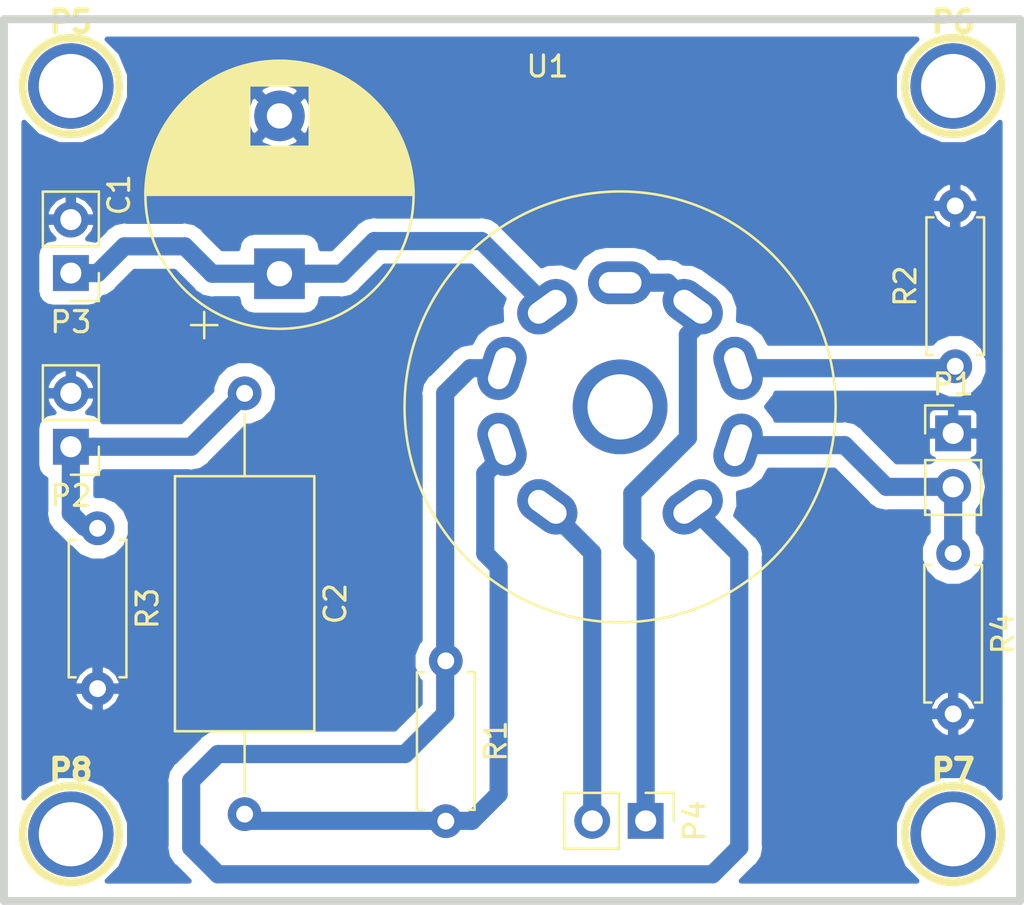
<source format=kicad_pcb>
(kicad_pcb (version 20171130) (host pcbnew "(5.0.0-rc2-151-g11ab8f6dc)")

  (general
    (thickness 1.6002)
    (drawings 4)
    (tracks 53)
    (zones 0)
    (modules 15)
    (nets 14)
  )

  (page A4)
  (layers
    (0 Dessus signal)
    (31 Dessous signal)
    (32 B.Adhes user)
    (33 F.Adhes user)
    (34 B.Paste user)
    (35 F.Paste user)
    (36 B.SilkS user)
    (37 F.SilkS user)
    (38 B.Mask user)
    (39 F.Mask user)
    (40 Dwgs.User user)
    (41 Cmts.User user)
    (42 Eco1.User user)
    (43 Eco2.User user)
    (44 Edge.Cuts user)
    (46 B.CrtYd user)
    (47 F.CrtYd user)
    (48 B.Fab user)
    (49 F.Fab user)
  )

  (setup
    (last_trace_width 0.8636)
    (user_trace_width 1)
    (user_trace_width 2)
    (user_trace_width 3)
    (trace_clearance 0.508)
    (zone_clearance 0.635)
    (zone_45_only no)
    (trace_min 0.154)
    (segment_width 0.381)
    (edge_width 0.381)
    (via_size 1.905)
    (via_drill 0.635)
    (via_min_size 0.889)
    (via_min_drill 0.508)
    (user_via 2 1)
    (user_via 3 2)
    (uvia_size 0.508)
    (uvia_drill 0.127)
    (uvias_allowed no)
    (uvia_min_size 0.508)
    (uvia_min_drill 0.127)
    (pcb_text_width 0.3048)
    (pcb_text_size 1.524 2.032)
    (mod_edge_width 0.381)
    (mod_text_size 1.524 1.524)
    (mod_text_width 0.3048)
    (pad_size 4.064 4.064)
    (pad_drill 3.048)
    (pad_to_mask_clearance 0.1)
    (aux_axis_origin 0 0)
    (visible_elements 7FFFFFFF)
    (pcbplotparams
      (layerselection 0x00030_80000001)
      (usegerberextensions true)
      (usegerberattributes false)
      (usegerberadvancedattributes false)
      (creategerberjobfile false)
      (excludeedgelayer true)
      (linewidth 0.150000)
      (plotframeref false)
      (viasonmask false)
      (mode 1)
      (useauxorigin false)
      (hpglpennumber 1)
      (hpglpenspeed 20)
      (hpglpendiameter 15.000000)
      (psnegative false)
      (psa4output false)
      (plotreference true)
      (plotvalue true)
      (plotinvisibletext false)
      (padsonsilk false)
      (subtractmaskfromsilk false)
      (outputformat 1)
      (mirror false)
      (drillshape 1)
      (scaleselection 1)
      (outputdirectory ""))
  )

  (net 0 "")
  (net 1 GND)
  (net 2 "Net-(C1-Pad1)")
  (net 3 "Net-(C2-Pad1)")
  (net 4 "Net-(C2-Pad2)")
  (net 5 "Net-(P1-Pad2)")
  (net 6 "Net-(P4-Pad1)")
  (net 7 "Net-(P4-Pad2)")
  (net 8 "Net-(R1-Pad1)")
  (net 9 "Net-(R2-Pad1)")
  (net 10 "Net-(P5-Pad1)")
  (net 11 "Net-(P6-Pad1)")
  (net 12 "Net-(P7-Pad1)")
  (net 13 "Net-(P8-Pad1)")

  (net_class Default "Ceci est la Netclass par défaut"
    (clearance 0.508)
    (trace_width 0.8636)
    (via_dia 1.905)
    (via_drill 0.635)
    (uvia_dia 0.508)
    (uvia_drill 0.127)
    (add_net GND)
    (add_net "Net-(C1-Pad1)")
    (add_net "Net-(C2-Pad1)")
    (add_net "Net-(C2-Pad2)")
    (add_net "Net-(P1-Pad2)")
    (add_net "Net-(P4-Pad1)")
    (add_net "Net-(P4-Pad2)")
    (add_net "Net-(P5-Pad1)")
    (add_net "Net-(P6-Pad1)")
    (add_net "Net-(P7-Pad1)")
    (add_net "Net-(P8-Pad1)")
    (add_net "Net-(R1-Pad1)")
    (add_net "Net-(R2-Pad1)")
  )

  (module Capacitor_THT:CP_Radial_D12.5mm_P7.50mm (layer Dessus) (tedit 5A533290) (tstamp 54A58357)
    (at 133.1 102.9 90)
    (descr "CP, Radial series, Radial, pin pitch=7.50mm, , diameter=12.5mm, Electrolytic Capacitor")
    (tags "CP Radial series Radial pin pitch 7.50mm  diameter 12.5mm Electrolytic Capacitor")
    (path /4549F4BE)
    (fp_text reference C1 (at 3.75 -7.62 90) (layer F.SilkS)
      (effects (font (size 1 1) (thickness 0.15)))
    )
    (fp_text value 10uF (at 3.75 7.62 90) (layer F.Fab)
      (effects (font (size 1 1) (thickness 0.15)))
    )
    (fp_text user %R (at 3.75 0 90) (layer F.Fab)
      (effects (font (size 1 1) (thickness 0.15)))
    )
    (fp_line (start -2.442082 -4.2) (end -2.442082 -2.95) (layer F.SilkS) (width 0.12))
    (fp_line (start -3.067082 -3.575) (end -1.817082 -3.575) (layer F.SilkS) (width 0.12))
    (fp_line (start 10.111 -0.317) (end 10.111 0.317) (layer F.SilkS) (width 0.12))
    (fp_line (start 10.071 -0.757) (end 10.071 0.757) (layer F.SilkS) (width 0.12))
    (fp_line (start 10.031 -1.028) (end 10.031 1.028) (layer F.SilkS) (width 0.12))
    (fp_line (start 9.991 -1.241) (end 9.991 1.241) (layer F.SilkS) (width 0.12))
    (fp_line (start 9.951 -1.422) (end 9.951 1.422) (layer F.SilkS) (width 0.12))
    (fp_line (start 9.911 -1.583) (end 9.911 1.583) (layer F.SilkS) (width 0.12))
    (fp_line (start 9.871 -1.728) (end 9.871 1.728) (layer F.SilkS) (width 0.12))
    (fp_line (start 9.831 -1.861) (end 9.831 1.861) (layer F.SilkS) (width 0.12))
    (fp_line (start 9.791 -1.984) (end 9.791 1.984) (layer F.SilkS) (width 0.12))
    (fp_line (start 9.751 -2.1) (end 9.751 2.1) (layer F.SilkS) (width 0.12))
    (fp_line (start 9.711 -2.209) (end 9.711 2.209) (layer F.SilkS) (width 0.12))
    (fp_line (start 9.671 -2.312) (end 9.671 2.312) (layer F.SilkS) (width 0.12))
    (fp_line (start 9.631 -2.41) (end 9.631 2.41) (layer F.SilkS) (width 0.12))
    (fp_line (start 9.591 -2.504) (end 9.591 2.504) (layer F.SilkS) (width 0.12))
    (fp_line (start 9.551 -2.594) (end 9.551 2.594) (layer F.SilkS) (width 0.12))
    (fp_line (start 9.511 -2.681) (end 9.511 2.681) (layer F.SilkS) (width 0.12))
    (fp_line (start 9.471 -2.764) (end 9.471 2.764) (layer F.SilkS) (width 0.12))
    (fp_line (start 9.431 -2.844) (end 9.431 2.844) (layer F.SilkS) (width 0.12))
    (fp_line (start 9.391 -2.921) (end 9.391 2.921) (layer F.SilkS) (width 0.12))
    (fp_line (start 9.351 -2.996) (end 9.351 2.996) (layer F.SilkS) (width 0.12))
    (fp_line (start 9.311 -3.069) (end 9.311 3.069) (layer F.SilkS) (width 0.12))
    (fp_line (start 9.271 -3.14) (end 9.271 3.14) (layer F.SilkS) (width 0.12))
    (fp_line (start 9.231 -3.208) (end 9.231 3.208) (layer F.SilkS) (width 0.12))
    (fp_line (start 9.191 -3.275) (end 9.191 3.275) (layer F.SilkS) (width 0.12))
    (fp_line (start 9.151 -3.339) (end 9.151 3.339) (layer F.SilkS) (width 0.12))
    (fp_line (start 9.111 -3.402) (end 9.111 3.402) (layer F.SilkS) (width 0.12))
    (fp_line (start 9.071 -3.464) (end 9.071 3.464) (layer F.SilkS) (width 0.12))
    (fp_line (start 9.031 -3.524) (end 9.031 3.524) (layer F.SilkS) (width 0.12))
    (fp_line (start 8.991 -3.583) (end 8.991 3.583) (layer F.SilkS) (width 0.12))
    (fp_line (start 8.951 -3.64) (end 8.951 3.64) (layer F.SilkS) (width 0.12))
    (fp_line (start 8.911 1.44) (end 8.911 3.696) (layer F.SilkS) (width 0.12))
    (fp_line (start 8.911 -3.696) (end 8.911 -1.44) (layer F.SilkS) (width 0.12))
    (fp_line (start 8.871 1.44) (end 8.871 3.75) (layer F.SilkS) (width 0.12))
    (fp_line (start 8.871 -3.75) (end 8.871 -1.44) (layer F.SilkS) (width 0.12))
    (fp_line (start 8.831 1.44) (end 8.831 3.804) (layer F.SilkS) (width 0.12))
    (fp_line (start 8.831 -3.804) (end 8.831 -1.44) (layer F.SilkS) (width 0.12))
    (fp_line (start 8.791 1.44) (end 8.791 3.856) (layer F.SilkS) (width 0.12))
    (fp_line (start 8.791 -3.856) (end 8.791 -1.44) (layer F.SilkS) (width 0.12))
    (fp_line (start 8.751 1.44) (end 8.751 3.907) (layer F.SilkS) (width 0.12))
    (fp_line (start 8.751 -3.907) (end 8.751 -1.44) (layer F.SilkS) (width 0.12))
    (fp_line (start 8.711 1.44) (end 8.711 3.957) (layer F.SilkS) (width 0.12))
    (fp_line (start 8.711 -3.957) (end 8.711 -1.44) (layer F.SilkS) (width 0.12))
    (fp_line (start 8.671 1.44) (end 8.671 4.007) (layer F.SilkS) (width 0.12))
    (fp_line (start 8.671 -4.007) (end 8.671 -1.44) (layer F.SilkS) (width 0.12))
    (fp_line (start 8.631 1.44) (end 8.631 4.055) (layer F.SilkS) (width 0.12))
    (fp_line (start 8.631 -4.055) (end 8.631 -1.44) (layer F.SilkS) (width 0.12))
    (fp_line (start 8.591 1.44) (end 8.591 4.102) (layer F.SilkS) (width 0.12))
    (fp_line (start 8.591 -4.102) (end 8.591 -1.44) (layer F.SilkS) (width 0.12))
    (fp_line (start 8.551 1.44) (end 8.551 4.148) (layer F.SilkS) (width 0.12))
    (fp_line (start 8.551 -4.148) (end 8.551 -1.44) (layer F.SilkS) (width 0.12))
    (fp_line (start 8.511 1.44) (end 8.511 4.194) (layer F.SilkS) (width 0.12))
    (fp_line (start 8.511 -4.194) (end 8.511 -1.44) (layer F.SilkS) (width 0.12))
    (fp_line (start 8.471 1.44) (end 8.471 4.238) (layer F.SilkS) (width 0.12))
    (fp_line (start 8.471 -4.238) (end 8.471 -1.44) (layer F.SilkS) (width 0.12))
    (fp_line (start 8.431 1.44) (end 8.431 4.282) (layer F.SilkS) (width 0.12))
    (fp_line (start 8.431 -4.282) (end 8.431 -1.44) (layer F.SilkS) (width 0.12))
    (fp_line (start 8.391 1.44) (end 8.391 4.325) (layer F.SilkS) (width 0.12))
    (fp_line (start 8.391 -4.325) (end 8.391 -1.44) (layer F.SilkS) (width 0.12))
    (fp_line (start 8.351 1.44) (end 8.351 4.367) (layer F.SilkS) (width 0.12))
    (fp_line (start 8.351 -4.367) (end 8.351 -1.44) (layer F.SilkS) (width 0.12))
    (fp_line (start 8.311 1.44) (end 8.311 4.408) (layer F.SilkS) (width 0.12))
    (fp_line (start 8.311 -4.408) (end 8.311 -1.44) (layer F.SilkS) (width 0.12))
    (fp_line (start 8.271 1.44) (end 8.271 4.449) (layer F.SilkS) (width 0.12))
    (fp_line (start 8.271 -4.449) (end 8.271 -1.44) (layer F.SilkS) (width 0.12))
    (fp_line (start 8.231 1.44) (end 8.231 4.489) (layer F.SilkS) (width 0.12))
    (fp_line (start 8.231 -4.489) (end 8.231 -1.44) (layer F.SilkS) (width 0.12))
    (fp_line (start 8.191 1.44) (end 8.191 4.528) (layer F.SilkS) (width 0.12))
    (fp_line (start 8.191 -4.528) (end 8.191 -1.44) (layer F.SilkS) (width 0.12))
    (fp_line (start 8.151 1.44) (end 8.151 4.567) (layer F.SilkS) (width 0.12))
    (fp_line (start 8.151 -4.567) (end 8.151 -1.44) (layer F.SilkS) (width 0.12))
    (fp_line (start 8.111 1.44) (end 8.111 4.605) (layer F.SilkS) (width 0.12))
    (fp_line (start 8.111 -4.605) (end 8.111 -1.44) (layer F.SilkS) (width 0.12))
    (fp_line (start 8.071 1.44) (end 8.071 4.642) (layer F.SilkS) (width 0.12))
    (fp_line (start 8.071 -4.642) (end 8.071 -1.44) (layer F.SilkS) (width 0.12))
    (fp_line (start 8.031 1.44) (end 8.031 4.678) (layer F.SilkS) (width 0.12))
    (fp_line (start 8.031 -4.678) (end 8.031 -1.44) (layer F.SilkS) (width 0.12))
    (fp_line (start 7.991 1.44) (end 7.991 4.714) (layer F.SilkS) (width 0.12))
    (fp_line (start 7.991 -4.714) (end 7.991 -1.44) (layer F.SilkS) (width 0.12))
    (fp_line (start 7.951 1.44) (end 7.951 4.75) (layer F.SilkS) (width 0.12))
    (fp_line (start 7.951 -4.75) (end 7.951 -1.44) (layer F.SilkS) (width 0.12))
    (fp_line (start 7.911 1.44) (end 7.911 4.785) (layer F.SilkS) (width 0.12))
    (fp_line (start 7.911 -4.785) (end 7.911 -1.44) (layer F.SilkS) (width 0.12))
    (fp_line (start 7.871 1.44) (end 7.871 4.819) (layer F.SilkS) (width 0.12))
    (fp_line (start 7.871 -4.819) (end 7.871 -1.44) (layer F.SilkS) (width 0.12))
    (fp_line (start 7.831 1.44) (end 7.831 4.852) (layer F.SilkS) (width 0.12))
    (fp_line (start 7.831 -4.852) (end 7.831 -1.44) (layer F.SilkS) (width 0.12))
    (fp_line (start 7.791 1.44) (end 7.791 4.885) (layer F.SilkS) (width 0.12))
    (fp_line (start 7.791 -4.885) (end 7.791 -1.44) (layer F.SilkS) (width 0.12))
    (fp_line (start 7.751 1.44) (end 7.751 4.918) (layer F.SilkS) (width 0.12))
    (fp_line (start 7.751 -4.918) (end 7.751 -1.44) (layer F.SilkS) (width 0.12))
    (fp_line (start 7.711 1.44) (end 7.711 4.95) (layer F.SilkS) (width 0.12))
    (fp_line (start 7.711 -4.95) (end 7.711 -1.44) (layer F.SilkS) (width 0.12))
    (fp_line (start 7.671 1.44) (end 7.671 4.982) (layer F.SilkS) (width 0.12))
    (fp_line (start 7.671 -4.982) (end 7.671 -1.44) (layer F.SilkS) (width 0.12))
    (fp_line (start 7.631 1.44) (end 7.631 5.012) (layer F.SilkS) (width 0.12))
    (fp_line (start 7.631 -5.012) (end 7.631 -1.44) (layer F.SilkS) (width 0.12))
    (fp_line (start 7.591 1.44) (end 7.591 5.043) (layer F.SilkS) (width 0.12))
    (fp_line (start 7.591 -5.043) (end 7.591 -1.44) (layer F.SilkS) (width 0.12))
    (fp_line (start 7.551 1.44) (end 7.551 5.073) (layer F.SilkS) (width 0.12))
    (fp_line (start 7.551 -5.073) (end 7.551 -1.44) (layer F.SilkS) (width 0.12))
    (fp_line (start 7.511 1.44) (end 7.511 5.102) (layer F.SilkS) (width 0.12))
    (fp_line (start 7.511 -5.102) (end 7.511 -1.44) (layer F.SilkS) (width 0.12))
    (fp_line (start 7.471 1.44) (end 7.471 5.131) (layer F.SilkS) (width 0.12))
    (fp_line (start 7.471 -5.131) (end 7.471 -1.44) (layer F.SilkS) (width 0.12))
    (fp_line (start 7.431 1.44) (end 7.431 5.16) (layer F.SilkS) (width 0.12))
    (fp_line (start 7.431 -5.16) (end 7.431 -1.44) (layer F.SilkS) (width 0.12))
    (fp_line (start 7.391 1.44) (end 7.391 5.188) (layer F.SilkS) (width 0.12))
    (fp_line (start 7.391 -5.188) (end 7.391 -1.44) (layer F.SilkS) (width 0.12))
    (fp_line (start 7.351 1.44) (end 7.351 5.216) (layer F.SilkS) (width 0.12))
    (fp_line (start 7.351 -5.216) (end 7.351 -1.44) (layer F.SilkS) (width 0.12))
    (fp_line (start 7.311 1.44) (end 7.311 5.243) (layer F.SilkS) (width 0.12))
    (fp_line (start 7.311 -5.243) (end 7.311 -1.44) (layer F.SilkS) (width 0.12))
    (fp_line (start 7.271 1.44) (end 7.271 5.27) (layer F.SilkS) (width 0.12))
    (fp_line (start 7.271 -5.27) (end 7.271 -1.44) (layer F.SilkS) (width 0.12))
    (fp_line (start 7.231 1.44) (end 7.231 5.296) (layer F.SilkS) (width 0.12))
    (fp_line (start 7.231 -5.296) (end 7.231 -1.44) (layer F.SilkS) (width 0.12))
    (fp_line (start 7.191 1.44) (end 7.191 5.322) (layer F.SilkS) (width 0.12))
    (fp_line (start 7.191 -5.322) (end 7.191 -1.44) (layer F.SilkS) (width 0.12))
    (fp_line (start 7.151 1.44) (end 7.151 5.347) (layer F.SilkS) (width 0.12))
    (fp_line (start 7.151 -5.347) (end 7.151 -1.44) (layer F.SilkS) (width 0.12))
    (fp_line (start 7.111 1.44) (end 7.111 5.372) (layer F.SilkS) (width 0.12))
    (fp_line (start 7.111 -5.372) (end 7.111 -1.44) (layer F.SilkS) (width 0.12))
    (fp_line (start 7.071 1.44) (end 7.071 5.397) (layer F.SilkS) (width 0.12))
    (fp_line (start 7.071 -5.397) (end 7.071 -1.44) (layer F.SilkS) (width 0.12))
    (fp_line (start 7.031 1.44) (end 7.031 5.421) (layer F.SilkS) (width 0.12))
    (fp_line (start 7.031 -5.421) (end 7.031 -1.44) (layer F.SilkS) (width 0.12))
    (fp_line (start 6.991 1.44) (end 6.991 5.445) (layer F.SilkS) (width 0.12))
    (fp_line (start 6.991 -5.445) (end 6.991 -1.44) (layer F.SilkS) (width 0.12))
    (fp_line (start 6.951 1.44) (end 6.951 5.468) (layer F.SilkS) (width 0.12))
    (fp_line (start 6.951 -5.468) (end 6.951 -1.44) (layer F.SilkS) (width 0.12))
    (fp_line (start 6.911 1.44) (end 6.911 5.491) (layer F.SilkS) (width 0.12))
    (fp_line (start 6.911 -5.491) (end 6.911 -1.44) (layer F.SilkS) (width 0.12))
    (fp_line (start 6.871 1.44) (end 6.871 5.514) (layer F.SilkS) (width 0.12))
    (fp_line (start 6.871 -5.514) (end 6.871 -1.44) (layer F.SilkS) (width 0.12))
    (fp_line (start 6.831 1.44) (end 6.831 5.536) (layer F.SilkS) (width 0.12))
    (fp_line (start 6.831 -5.536) (end 6.831 -1.44) (layer F.SilkS) (width 0.12))
    (fp_line (start 6.791 1.44) (end 6.791 5.558) (layer F.SilkS) (width 0.12))
    (fp_line (start 6.791 -5.558) (end 6.791 -1.44) (layer F.SilkS) (width 0.12))
    (fp_line (start 6.751 1.44) (end 6.751 5.58) (layer F.SilkS) (width 0.12))
    (fp_line (start 6.751 -5.58) (end 6.751 -1.44) (layer F.SilkS) (width 0.12))
    (fp_line (start 6.711 1.44) (end 6.711 5.601) (layer F.SilkS) (width 0.12))
    (fp_line (start 6.711 -5.601) (end 6.711 -1.44) (layer F.SilkS) (width 0.12))
    (fp_line (start 6.671 1.44) (end 6.671 5.622) (layer F.SilkS) (width 0.12))
    (fp_line (start 6.671 -5.622) (end 6.671 -1.44) (layer F.SilkS) (width 0.12))
    (fp_line (start 6.631 1.44) (end 6.631 5.642) (layer F.SilkS) (width 0.12))
    (fp_line (start 6.631 -5.642) (end 6.631 -1.44) (layer F.SilkS) (width 0.12))
    (fp_line (start 6.591 1.44) (end 6.591 5.662) (layer F.SilkS) (width 0.12))
    (fp_line (start 6.591 -5.662) (end 6.591 -1.44) (layer F.SilkS) (width 0.12))
    (fp_line (start 6.551 1.44) (end 6.551 5.682) (layer F.SilkS) (width 0.12))
    (fp_line (start 6.551 -5.682) (end 6.551 -1.44) (layer F.SilkS) (width 0.12))
    (fp_line (start 6.511 1.44) (end 6.511 5.702) (layer F.SilkS) (width 0.12))
    (fp_line (start 6.511 -5.702) (end 6.511 -1.44) (layer F.SilkS) (width 0.12))
    (fp_line (start 6.471 1.44) (end 6.471 5.721) (layer F.SilkS) (width 0.12))
    (fp_line (start 6.471 -5.721) (end 6.471 -1.44) (layer F.SilkS) (width 0.12))
    (fp_line (start 6.431 1.44) (end 6.431 5.739) (layer F.SilkS) (width 0.12))
    (fp_line (start 6.431 -5.739) (end 6.431 -1.44) (layer F.SilkS) (width 0.12))
    (fp_line (start 6.391 1.44) (end 6.391 5.758) (layer F.SilkS) (width 0.12))
    (fp_line (start 6.391 -5.758) (end 6.391 -1.44) (layer F.SilkS) (width 0.12))
    (fp_line (start 6.351 1.44) (end 6.351 5.776) (layer F.SilkS) (width 0.12))
    (fp_line (start 6.351 -5.776) (end 6.351 -1.44) (layer F.SilkS) (width 0.12))
    (fp_line (start 6.311 1.44) (end 6.311 5.793) (layer F.SilkS) (width 0.12))
    (fp_line (start 6.311 -5.793) (end 6.311 -1.44) (layer F.SilkS) (width 0.12))
    (fp_line (start 6.271 1.44) (end 6.271 5.811) (layer F.SilkS) (width 0.12))
    (fp_line (start 6.271 -5.811) (end 6.271 -1.44) (layer F.SilkS) (width 0.12))
    (fp_line (start 6.231 1.44) (end 6.231 5.828) (layer F.SilkS) (width 0.12))
    (fp_line (start 6.231 -5.828) (end 6.231 -1.44) (layer F.SilkS) (width 0.12))
    (fp_line (start 6.191 1.44) (end 6.191 5.845) (layer F.SilkS) (width 0.12))
    (fp_line (start 6.191 -5.845) (end 6.191 -1.44) (layer F.SilkS) (width 0.12))
    (fp_line (start 6.151 1.44) (end 6.151 5.861) (layer F.SilkS) (width 0.12))
    (fp_line (start 6.151 -5.861) (end 6.151 -1.44) (layer F.SilkS) (width 0.12))
    (fp_line (start 6.111 1.44) (end 6.111 5.877) (layer F.SilkS) (width 0.12))
    (fp_line (start 6.111 -5.877) (end 6.111 -1.44) (layer F.SilkS) (width 0.12))
    (fp_line (start 6.071 1.44) (end 6.071 5.893) (layer F.SilkS) (width 0.12))
    (fp_line (start 6.071 -5.893) (end 6.071 -1.44) (layer F.SilkS) (width 0.12))
    (fp_line (start 6.031 -5.908) (end 6.031 5.908) (layer F.SilkS) (width 0.12))
    (fp_line (start 5.991 -5.924) (end 5.991 5.924) (layer F.SilkS) (width 0.12))
    (fp_line (start 5.951 -5.939) (end 5.951 5.939) (layer F.SilkS) (width 0.12))
    (fp_line (start 5.911 -5.953) (end 5.911 5.953) (layer F.SilkS) (width 0.12))
    (fp_line (start 5.871 -5.967) (end 5.871 5.967) (layer F.SilkS) (width 0.12))
    (fp_line (start 5.831 -5.981) (end 5.831 5.981) (layer F.SilkS) (width 0.12))
    (fp_line (start 5.791 -5.995) (end 5.791 5.995) (layer F.SilkS) (width 0.12))
    (fp_line (start 5.751 -6.008) (end 5.751 6.008) (layer F.SilkS) (width 0.12))
    (fp_line (start 5.711 -6.021) (end 5.711 6.021) (layer F.SilkS) (width 0.12))
    (fp_line (start 5.671 -6.034) (end 5.671 6.034) (layer F.SilkS) (width 0.12))
    (fp_line (start 5.631 -6.047) (end 5.631 6.047) (layer F.SilkS) (width 0.12))
    (fp_line (start 5.591 -6.059) (end 5.591 6.059) (layer F.SilkS) (width 0.12))
    (fp_line (start 5.551 -6.071) (end 5.551 6.071) (layer F.SilkS) (width 0.12))
    (fp_line (start 5.511 -6.083) (end 5.511 6.083) (layer F.SilkS) (width 0.12))
    (fp_line (start 5.471 -6.094) (end 5.471 6.094) (layer F.SilkS) (width 0.12))
    (fp_line (start 5.431 -6.105) (end 5.431 6.105) (layer F.SilkS) (width 0.12))
    (fp_line (start 5.391 -6.116) (end 5.391 6.116) (layer F.SilkS) (width 0.12))
    (fp_line (start 5.351 -6.126) (end 5.351 6.126) (layer F.SilkS) (width 0.12))
    (fp_line (start 5.311 -6.137) (end 5.311 6.137) (layer F.SilkS) (width 0.12))
    (fp_line (start 5.271 -6.146) (end 5.271 6.146) (layer F.SilkS) (width 0.12))
    (fp_line (start 5.231 -6.156) (end 5.231 6.156) (layer F.SilkS) (width 0.12))
    (fp_line (start 5.191 -6.166) (end 5.191 6.166) (layer F.SilkS) (width 0.12))
    (fp_line (start 5.151 -6.175) (end 5.151 6.175) (layer F.SilkS) (width 0.12))
    (fp_line (start 5.111 -6.184) (end 5.111 6.184) (layer F.SilkS) (width 0.12))
    (fp_line (start 5.071 -6.192) (end 5.071 6.192) (layer F.SilkS) (width 0.12))
    (fp_line (start 5.031 -6.201) (end 5.031 6.201) (layer F.SilkS) (width 0.12))
    (fp_line (start 4.991 -6.209) (end 4.991 6.209) (layer F.SilkS) (width 0.12))
    (fp_line (start 4.951 -6.216) (end 4.951 6.216) (layer F.SilkS) (width 0.12))
    (fp_line (start 4.911 -6.224) (end 4.911 6.224) (layer F.SilkS) (width 0.12))
    (fp_line (start 4.871 -6.231) (end 4.871 6.231) (layer F.SilkS) (width 0.12))
    (fp_line (start 4.831 -6.238) (end 4.831 6.238) (layer F.SilkS) (width 0.12))
    (fp_line (start 4.791 -6.245) (end 4.791 6.245) (layer F.SilkS) (width 0.12))
    (fp_line (start 4.751 -6.252) (end 4.751 6.252) (layer F.SilkS) (width 0.12))
    (fp_line (start 4.711 -6.258) (end 4.711 6.258) (layer F.SilkS) (width 0.12))
    (fp_line (start 4.671 -6.264) (end 4.671 6.264) (layer F.SilkS) (width 0.12))
    (fp_line (start 4.631 -6.269) (end 4.631 6.269) (layer F.SilkS) (width 0.12))
    (fp_line (start 4.591 -6.275) (end 4.591 6.275) (layer F.SilkS) (width 0.12))
    (fp_line (start 4.551 -6.28) (end 4.551 6.28) (layer F.SilkS) (width 0.12))
    (fp_line (start 4.511 -6.285) (end 4.511 6.285) (layer F.SilkS) (width 0.12))
    (fp_line (start 4.471 -6.29) (end 4.471 6.29) (layer F.SilkS) (width 0.12))
    (fp_line (start 4.43 -6.294) (end 4.43 6.294) (layer F.SilkS) (width 0.12))
    (fp_line (start 4.39 -6.298) (end 4.39 6.298) (layer F.SilkS) (width 0.12))
    (fp_line (start 4.35 -6.302) (end 4.35 6.302) (layer F.SilkS) (width 0.12))
    (fp_line (start 4.31 -6.306) (end 4.31 6.306) (layer F.SilkS) (width 0.12))
    (fp_line (start 4.27 -6.309) (end 4.27 6.309) (layer F.SilkS) (width 0.12))
    (fp_line (start 4.23 -6.312) (end 4.23 6.312) (layer F.SilkS) (width 0.12))
    (fp_line (start 4.19 -6.315) (end 4.19 6.315) (layer F.SilkS) (width 0.12))
    (fp_line (start 4.15 -6.318) (end 4.15 6.318) (layer F.SilkS) (width 0.12))
    (fp_line (start 4.11 -6.32) (end 4.11 6.32) (layer F.SilkS) (width 0.12))
    (fp_line (start 4.07 -6.322) (end 4.07 6.322) (layer F.SilkS) (width 0.12))
    (fp_line (start 4.03 -6.324) (end 4.03 6.324) (layer F.SilkS) (width 0.12))
    (fp_line (start 3.99 -6.326) (end 3.99 6.326) (layer F.SilkS) (width 0.12))
    (fp_line (start 3.95 -6.327) (end 3.95 6.327) (layer F.SilkS) (width 0.12))
    (fp_line (start 3.91 -6.328) (end 3.91 6.328) (layer F.SilkS) (width 0.12))
    (fp_line (start 3.87 -6.329) (end 3.87 6.329) (layer F.SilkS) (width 0.12))
    (fp_line (start 3.83 -6.33) (end 3.83 6.33) (layer F.SilkS) (width 0.12))
    (fp_line (start 3.79 -6.33) (end 3.79 6.33) (layer F.SilkS) (width 0.12))
    (fp_line (start 3.75 -6.33) (end 3.75 6.33) (layer F.SilkS) (width 0.12))
    (fp_line (start -0.991489 -3.3625) (end -0.991489 -2.1125) (layer F.Fab) (width 0.1))
    (fp_line (start -1.616489 -2.7375) (end -0.366489 -2.7375) (layer F.Fab) (width 0.1))
    (fp_circle (center 3.75 0) (end 10.25 0) (layer F.CrtYd) (width 0.05))
    (fp_circle (center 3.75 0) (end 10.12 0) (layer F.SilkS) (width 0.12))
    (fp_circle (center 3.75 0) (end 10 0) (layer F.Fab) (width 0.1))
    (pad 2 thru_hole circle (at 7.5 0 90) (size 2.4 2.4) (drill 1.2) (layers *.Cu *.Mask)
      (net 1 GND))
    (pad 1 thru_hole rect (at 0 0 90) (size 2.4 2.4) (drill 1.2) (layers *.Cu *.Mask)
      (net 2 "Net-(C1-Pad1)"))
    (model ${KISYS3DMOD}/Capacitor_THT.3dshapes/CP_Radial_D12.5mm_P7.50mm.wrl
      (at (xyz 0 0 0))
      (scale (xyz 1 1 1))
      (rotate (xyz 0 0 0))
    )
  )

  (module Resistor_THT:R_Axial_DIN0207_L6.3mm_D2.5mm_P7.62mm_Horizontal (layer Dessus) (tedit 5A24F4B6) (tstamp 54A58389)
    (at 141 121.3 270)
    (descr "Resistor, Axial_DIN0207 series, Axial, Horizontal, pin pitch=7.62mm, 0.25W = 1/4W, length*diameter=6.3*2.5mm^2, http://cdn-reichelt.de/documents/datenblatt/B400/1_4W%23YAG.pdf")
    (tags "Resistor Axial_DIN0207 series Axial Horizontal pin pitch 7.62mm 0.25W = 1/4W length 6.3mm diameter 2.5mm")
    (path /4549F38A)
    (fp_text reference R1 (at 3.81 -2.37 270) (layer F.SilkS)
      (effects (font (size 1 1) (thickness 0.15)))
    )
    (fp_text value 1.5K (at 3.81 2.37 270) (layer F.Fab)
      (effects (font (size 1 1) (thickness 0.15)))
    )
    (fp_text user %R (at 3.81 0 270) (layer F.Fab)
      (effects (font (size 1 1) (thickness 0.15)))
    )
    (fp_line (start 8.7 -1.65) (end -1.05 -1.65) (layer F.CrtYd) (width 0.05))
    (fp_line (start 8.7 1.65) (end 8.7 -1.65) (layer F.CrtYd) (width 0.05))
    (fp_line (start -1.05 1.65) (end 8.7 1.65) (layer F.CrtYd) (width 0.05))
    (fp_line (start -1.05 -1.65) (end -1.05 1.65) (layer F.CrtYd) (width 0.05))
    (fp_line (start 7.08 1.37) (end 7.08 1.04) (layer F.SilkS) (width 0.12))
    (fp_line (start 0.54 1.37) (end 7.08 1.37) (layer F.SilkS) (width 0.12))
    (fp_line (start 0.54 1.04) (end 0.54 1.37) (layer F.SilkS) (width 0.12))
    (fp_line (start 7.08 -1.37) (end 7.08 -1.04) (layer F.SilkS) (width 0.12))
    (fp_line (start 0.54 -1.37) (end 7.08 -1.37) (layer F.SilkS) (width 0.12))
    (fp_line (start 0.54 -1.04) (end 0.54 -1.37) (layer F.SilkS) (width 0.12))
    (fp_line (start 7.62 0) (end 6.96 0) (layer F.Fab) (width 0.1))
    (fp_line (start 0 0) (end 0.66 0) (layer F.Fab) (width 0.1))
    (fp_line (start 6.96 -1.25) (end 0.66 -1.25) (layer F.Fab) (width 0.1))
    (fp_line (start 6.96 1.25) (end 6.96 -1.25) (layer F.Fab) (width 0.1))
    (fp_line (start 0.66 1.25) (end 6.96 1.25) (layer F.Fab) (width 0.1))
    (fp_line (start 0.66 -1.25) (end 0.66 1.25) (layer F.Fab) (width 0.1))
    (pad 2 thru_hole oval (at 7.62 0 270) (size 1.6 1.6) (drill 0.8) (layers *.Cu *.Mask)
      (net 4 "Net-(C2-Pad2)"))
    (pad 1 thru_hole circle (at 0 0 270) (size 1.6 1.6) (drill 0.8) (layers *.Cu *.Mask)
      (net 8 "Net-(R1-Pad1)"))
    (model ${KISYS3DMOD}/Resistor_THT.3dshapes/R_Axial_DIN0207_L6.3mm_D2.5mm_P7.62mm_Horizontal.wrl
      (at (xyz 0 0 0))
      (scale (xyz 1 1 1))
      (rotate (xyz 0 0 0))
    )
  )

  (module Resistor_THT:R_Axial_DIN0207_L6.3mm_D2.5mm_P7.62mm_Horizontal (layer Dessus) (tedit 5A24F4B6) (tstamp 54A5838E)
    (at 165.2 107.3 90)
    (descr "Resistor, Axial_DIN0207 series, Axial, Horizontal, pin pitch=7.62mm, 0.25W = 1/4W, length*diameter=6.3*2.5mm^2, http://cdn-reichelt.de/documents/datenblatt/B400/1_4W%23YAG.pdf")
    (tags "Resistor Axial_DIN0207 series Axial Horizontal pin pitch 7.62mm 0.25W = 1/4W length 6.3mm diameter 2.5mm")
    (path /4549F39D)
    (fp_text reference R2 (at 3.81 -2.37 90) (layer F.SilkS)
      (effects (font (size 1 1) (thickness 0.15)))
    )
    (fp_text value 1.5K (at 3.81 2.37 90) (layer F.Fab)
      (effects (font (size 1 1) (thickness 0.15)))
    )
    (fp_text user %R (at 3.81 0 90) (layer F.Fab)
      (effects (font (size 1 1) (thickness 0.15)))
    )
    (fp_line (start 8.7 -1.65) (end -1.05 -1.65) (layer F.CrtYd) (width 0.05))
    (fp_line (start 8.7 1.65) (end 8.7 -1.65) (layer F.CrtYd) (width 0.05))
    (fp_line (start -1.05 1.65) (end 8.7 1.65) (layer F.CrtYd) (width 0.05))
    (fp_line (start -1.05 -1.65) (end -1.05 1.65) (layer F.CrtYd) (width 0.05))
    (fp_line (start 7.08 1.37) (end 7.08 1.04) (layer F.SilkS) (width 0.12))
    (fp_line (start 0.54 1.37) (end 7.08 1.37) (layer F.SilkS) (width 0.12))
    (fp_line (start 0.54 1.04) (end 0.54 1.37) (layer F.SilkS) (width 0.12))
    (fp_line (start 7.08 -1.37) (end 7.08 -1.04) (layer F.SilkS) (width 0.12))
    (fp_line (start 0.54 -1.37) (end 7.08 -1.37) (layer F.SilkS) (width 0.12))
    (fp_line (start 0.54 -1.04) (end 0.54 -1.37) (layer F.SilkS) (width 0.12))
    (fp_line (start 7.62 0) (end 6.96 0) (layer F.Fab) (width 0.1))
    (fp_line (start 0 0) (end 0.66 0) (layer F.Fab) (width 0.1))
    (fp_line (start 6.96 -1.25) (end 0.66 -1.25) (layer F.Fab) (width 0.1))
    (fp_line (start 6.96 1.25) (end 6.96 -1.25) (layer F.Fab) (width 0.1))
    (fp_line (start 0.66 1.25) (end 6.96 1.25) (layer F.Fab) (width 0.1))
    (fp_line (start 0.66 -1.25) (end 0.66 1.25) (layer F.Fab) (width 0.1))
    (pad 2 thru_hole oval (at 7.62 0 90) (size 1.6 1.6) (drill 0.8) (layers *.Cu *.Mask)
      (net 1 GND))
    (pad 1 thru_hole circle (at 0 0 90) (size 1.6 1.6) (drill 0.8) (layers *.Cu *.Mask)
      (net 9 "Net-(R2-Pad1)"))
    (model ${KISYS3DMOD}/Resistor_THT.3dshapes/R_Axial_DIN0207_L6.3mm_D2.5mm_P7.62mm_Horizontal.wrl
      (at (xyz 0 0 0))
      (scale (xyz 1 1 1))
      (rotate (xyz 0 0 0))
    )
  )

  (module Resistor_THT:R_Axial_DIN0207_L6.3mm_D2.5mm_P7.62mm_Horizontal (layer Dessus) (tedit 5A24F4B6) (tstamp 54A58393)
    (at 124.46 115 270)
    (descr "Resistor, Axial_DIN0207 series, Axial, Horizontal, pin pitch=7.62mm, 0.25W = 1/4W, length*diameter=6.3*2.5mm^2, http://cdn-reichelt.de/documents/datenblatt/B400/1_4W%23YAG.pdf")
    (tags "Resistor Axial_DIN0207 series Axial Horizontal pin pitch 7.62mm 0.25W = 1/4W length 6.3mm diameter 2.5mm")
    (path /4549F3AD)
    (fp_text reference R3 (at 3.81 -2.37 270) (layer F.SilkS)
      (effects (font (size 1 1) (thickness 0.15)))
    )
    (fp_text value 100K (at 3.81 2.37 270) (layer F.Fab)
      (effects (font (size 1 1) (thickness 0.15)))
    )
    (fp_text user %R (at 3.81 0 270) (layer F.Fab)
      (effects (font (size 1 1) (thickness 0.15)))
    )
    (fp_line (start 8.7 -1.65) (end -1.05 -1.65) (layer F.CrtYd) (width 0.05))
    (fp_line (start 8.7 1.65) (end 8.7 -1.65) (layer F.CrtYd) (width 0.05))
    (fp_line (start -1.05 1.65) (end 8.7 1.65) (layer F.CrtYd) (width 0.05))
    (fp_line (start -1.05 -1.65) (end -1.05 1.65) (layer F.CrtYd) (width 0.05))
    (fp_line (start 7.08 1.37) (end 7.08 1.04) (layer F.SilkS) (width 0.12))
    (fp_line (start 0.54 1.37) (end 7.08 1.37) (layer F.SilkS) (width 0.12))
    (fp_line (start 0.54 1.04) (end 0.54 1.37) (layer F.SilkS) (width 0.12))
    (fp_line (start 7.08 -1.37) (end 7.08 -1.04) (layer F.SilkS) (width 0.12))
    (fp_line (start 0.54 -1.37) (end 7.08 -1.37) (layer F.SilkS) (width 0.12))
    (fp_line (start 0.54 -1.04) (end 0.54 -1.37) (layer F.SilkS) (width 0.12))
    (fp_line (start 7.62 0) (end 6.96 0) (layer F.Fab) (width 0.1))
    (fp_line (start 0 0) (end 0.66 0) (layer F.Fab) (width 0.1))
    (fp_line (start 6.96 -1.25) (end 0.66 -1.25) (layer F.Fab) (width 0.1))
    (fp_line (start 6.96 1.25) (end 6.96 -1.25) (layer F.Fab) (width 0.1))
    (fp_line (start 0.66 1.25) (end 6.96 1.25) (layer F.Fab) (width 0.1))
    (fp_line (start 0.66 -1.25) (end 0.66 1.25) (layer F.Fab) (width 0.1))
    (pad 2 thru_hole oval (at 7.62 0 270) (size 1.6 1.6) (drill 0.8) (layers *.Cu *.Mask)
      (net 1 GND))
    (pad 1 thru_hole circle (at 0 0 270) (size 1.6 1.6) (drill 0.8) (layers *.Cu *.Mask)
      (net 3 "Net-(C2-Pad1)"))
    (model ${KISYS3DMOD}/Resistor_THT.3dshapes/R_Axial_DIN0207_L6.3mm_D2.5mm_P7.62mm_Horizontal.wrl
      (at (xyz 0 0 0))
      (scale (xyz 1 1 1))
      (rotate (xyz 0 0 0))
    )
  )

  (module Resistor_THT:R_Axial_DIN0207_L6.3mm_D2.5mm_P7.62mm_Horizontal (layer Dessus) (tedit 5A24F4B6) (tstamp 54A58398)
    (at 165.1 116.2 270)
    (descr "Resistor, Axial_DIN0207 series, Axial, Horizontal, pin pitch=7.62mm, 0.25W = 1/4W, length*diameter=6.3*2.5mm^2, http://cdn-reichelt.de/documents/datenblatt/B400/1_4W%23YAG.pdf")
    (tags "Resistor Axial_DIN0207 series Axial Horizontal pin pitch 7.62mm 0.25W = 1/4W length 6.3mm diameter 2.5mm")
    (path /4549F3A2)
    (fp_text reference R4 (at 3.81 -2.37 270) (layer F.SilkS)
      (effects (font (size 1 1) (thickness 0.15)))
    )
    (fp_text value 47K (at 3.81 2.37 270) (layer F.Fab)
      (effects (font (size 1 1) (thickness 0.15)))
    )
    (fp_text user %R (at 3.81 0 270) (layer F.Fab)
      (effects (font (size 1 1) (thickness 0.15)))
    )
    (fp_line (start 8.7 -1.65) (end -1.05 -1.65) (layer F.CrtYd) (width 0.05))
    (fp_line (start 8.7 1.65) (end 8.7 -1.65) (layer F.CrtYd) (width 0.05))
    (fp_line (start -1.05 1.65) (end 8.7 1.65) (layer F.CrtYd) (width 0.05))
    (fp_line (start -1.05 -1.65) (end -1.05 1.65) (layer F.CrtYd) (width 0.05))
    (fp_line (start 7.08 1.37) (end 7.08 1.04) (layer F.SilkS) (width 0.12))
    (fp_line (start 0.54 1.37) (end 7.08 1.37) (layer F.SilkS) (width 0.12))
    (fp_line (start 0.54 1.04) (end 0.54 1.37) (layer F.SilkS) (width 0.12))
    (fp_line (start 7.08 -1.37) (end 7.08 -1.04) (layer F.SilkS) (width 0.12))
    (fp_line (start 0.54 -1.37) (end 7.08 -1.37) (layer F.SilkS) (width 0.12))
    (fp_line (start 0.54 -1.04) (end 0.54 -1.37) (layer F.SilkS) (width 0.12))
    (fp_line (start 7.62 0) (end 6.96 0) (layer F.Fab) (width 0.1))
    (fp_line (start 0 0) (end 0.66 0) (layer F.Fab) (width 0.1))
    (fp_line (start 6.96 -1.25) (end 0.66 -1.25) (layer F.Fab) (width 0.1))
    (fp_line (start 6.96 1.25) (end 6.96 -1.25) (layer F.Fab) (width 0.1))
    (fp_line (start 0.66 1.25) (end 6.96 1.25) (layer F.Fab) (width 0.1))
    (fp_line (start 0.66 -1.25) (end 0.66 1.25) (layer F.Fab) (width 0.1))
    (pad 2 thru_hole oval (at 7.62 0 270) (size 1.6 1.6) (drill 0.8) (layers *.Cu *.Mask)
      (net 1 GND))
    (pad 1 thru_hole circle (at 0 0 270) (size 1.6 1.6) (drill 0.8) (layers *.Cu *.Mask)
      (net 5 "Net-(P1-Pad2)"))
    (model ${KISYS3DMOD}/Resistor_THT.3dshapes/R_Axial_DIN0207_L6.3mm_D2.5mm_P7.62mm_Horizontal.wrl
      (at (xyz 0 0 0))
      (scale (xyz 1 1 1))
      (rotate (xyz 0 0 0))
    )
  )

  (module connect:1pin (layer Dessus) (tedit 5A325A26) (tstamp 54A583DE)
    (at 123.19 129.54)
    (descr "module 1 pin (ou trou mecanique de percage)")
    (tags DEV)
    (path /54A58391)
    (fp_text reference P8 (at 0 -3.048) (layer F.SilkS)
      (effects (font (size 1.016 1.016) (thickness 0.254)))
    )
    (fp_text value CONN_1 (at 0 2.794) (layer F.SilkS) hide
      (effects (font (size 1.016 1.016) (thickness 0.254)))
    )
    (fp_circle (center 0 0) (end 0 -2.286) (layer F.SilkS) (width 0.381))
    (fp_circle (center 0 0) (end 3 0) (layer F.CrtYd) (width 0.15))
    (fp_circle (center 0 0) (end 3 0) (layer B.CrtYd) (width 0.15))
    (pad 1 thru_hole circle (at 0 0) (size 4.064 4.064) (drill 3.048) (layers *.Cu *.Mask)
      (net 13 "Net-(P8-Pad1)"))
  )

  (module connect:1pin (layer Dessus) (tedit 5A325A0B) (tstamp 54A583DA)
    (at 165.1 129.54)
    (descr "module 1 pin (ou trou mecanique de percage)")
    (tags DEV)
    (path /54A5837A)
    (fp_text reference P7 (at 0 -3.048) (layer F.SilkS)
      (effects (font (size 1.016 1.016) (thickness 0.254)))
    )
    (fp_text value CONN_1 (at 0 2.794) (layer F.SilkS) hide
      (effects (font (size 1.016 1.016) (thickness 0.254)))
    )
    (fp_circle (center 0 0) (end 0 -2.286) (layer F.SilkS) (width 0.381))
    (fp_circle (center 0 0) (end 3 0) (layer F.CrtYd) (width 0.15))
    (fp_circle (center 0 0) (end 3 0) (layer B.CrtYd) (width 0.15))
    (pad 1 thru_hole circle (at 0 0) (size 4.064 4.064) (drill 3.048) (layers *.Cu *.Mask)
      (net 12 "Net-(P7-Pad1)"))
  )

  (module connect:1pin (layer Dessus) (tedit 5A325A37) (tstamp 54A583D6)
    (at 165.1 93.98)
    (descr "module 1 pin (ou trou mecanique de percage)")
    (tags DEV)
    (path /54A58363)
    (fp_text reference P6 (at 0 -3.048) (layer F.SilkS)
      (effects (font (size 1.016 1.016) (thickness 0.254)))
    )
    (fp_text value CONN_1 (at 0 2.794) (layer F.SilkS) hide
      (effects (font (size 1.016 1.016) (thickness 0.254)))
    )
    (fp_circle (center 0 0) (end 0 -2.286) (layer F.SilkS) (width 0.381))
    (fp_circle (center 0 0) (end 3 0) (layer F.CrtYd) (width 0.15))
    (fp_circle (center 0 0) (end 3 0) (layer B.CrtYd) (width 0.15))
    (pad 1 thru_hole circle (at 0 0) (size 4.064 4.064) (drill 3.048) (layers *.Cu *.Mask)
      (net 11 "Net-(P6-Pad1)"))
  )

  (module connect:1pin (layer Dessus) (tedit 5A325A31) (tstamp 54A583D2)
    (at 123.19 93.98)
    (descr "module 1 pin (ou trou mecanique de percage)")
    (tags DEV)
    (path /54A5830A)
    (fp_text reference P5 (at 0 -3.048) (layer F.SilkS)
      (effects (font (size 1.016 1.016) (thickness 0.254)))
    )
    (fp_text value CONN_1 (at 0 2.794) (layer F.SilkS) hide
      (effects (font (size 1.016 1.016) (thickness 0.254)))
    )
    (fp_circle (center 0 0) (end 0 -2.286) (layer F.SilkS) (width 0.381))
    (fp_circle (center 0 0) (end 3 0.2) (layer F.CrtYd) (width 0.15))
    (fp_circle (center 0 0) (end 3 0) (layer B.CrtYd) (width 0.15))
    (pad 1 thru_hole circle (at 0 0) (size 4.064 4.064) (drill 3.048) (layers *.Cu *.Mask)
      (net 10 "Net-(P5-Pad1)"))
  )

  (module Connector_PinHeader_2.54mm:PinHeader_1x02_P2.54mm_Vertical (layer Dessus) (tedit 59FED5CC) (tstamp 5A38C77F)
    (at 165.1 110.49)
    (descr "Through hole straight pin header, 1x02, 2.54mm pitch, single row")
    (tags "Through hole pin header THT 1x02 2.54mm single row")
    (path /4549F464)
    (fp_text reference P1 (at 0 -2.33) (layer F.SilkS)
      (effects (font (size 1 1) (thickness 0.15)))
    )
    (fp_text value IN (at 0 4.87) (layer F.Fab)
      (effects (font (size 1 1) (thickness 0.15)))
    )
    (fp_line (start -0.635 -1.27) (end 1.27 -1.27) (layer F.Fab) (width 0.1))
    (fp_line (start 1.27 -1.27) (end 1.27 3.81) (layer F.Fab) (width 0.1))
    (fp_line (start 1.27 3.81) (end -1.27 3.81) (layer F.Fab) (width 0.1))
    (fp_line (start -1.27 3.81) (end -1.27 -0.635) (layer F.Fab) (width 0.1))
    (fp_line (start -1.27 -0.635) (end -0.635 -1.27) (layer F.Fab) (width 0.1))
    (fp_line (start -1.33 3.87) (end 1.33 3.87) (layer F.SilkS) (width 0.12))
    (fp_line (start -1.33 1.27) (end -1.33 3.87) (layer F.SilkS) (width 0.12))
    (fp_line (start 1.33 1.27) (end 1.33 3.87) (layer F.SilkS) (width 0.12))
    (fp_line (start -1.33 1.27) (end 1.33 1.27) (layer F.SilkS) (width 0.12))
    (fp_line (start -1.33 0) (end -1.33 -1.33) (layer F.SilkS) (width 0.12))
    (fp_line (start -1.33 -1.33) (end 0 -1.33) (layer F.SilkS) (width 0.12))
    (fp_line (start -1.8 -1.8) (end -1.8 4.35) (layer F.CrtYd) (width 0.05))
    (fp_line (start -1.8 4.35) (end 1.8 4.35) (layer F.CrtYd) (width 0.05))
    (fp_line (start 1.8 4.35) (end 1.8 -1.8) (layer F.CrtYd) (width 0.05))
    (fp_line (start 1.8 -1.8) (end -1.8 -1.8) (layer F.CrtYd) (width 0.05))
    (fp_text user %R (at 0 1.27 90) (layer F.Fab)
      (effects (font (size 1 1) (thickness 0.15)))
    )
    (pad 1 thru_hole rect (at 0 0) (size 1.7 1.7) (drill 1) (layers *.Cu *.Mask)
      (net 1 GND))
    (pad 2 thru_hole oval (at 0 2.54) (size 1.7 1.7) (drill 1) (layers *.Cu *.Mask)
      (net 5 "Net-(P1-Pad2)"))
    (model ${KISYS3DMOD}/Connector_PinHeader_2.54mm.3dshapes/PinHeader_1x02_P2.54mm_Vertical.wrl
      (at (xyz 0 0 0))
      (scale (xyz 1 1 1))
      (rotate (xyz 0 0 0))
    )
  )

  (module Connector_PinHeader_2.54mm:PinHeader_1x02_P2.54mm_Vertical (layer Dessus) (tedit 59FED5CC) (tstamp 5A38C89B)
    (at 150.495 128.905 270)
    (descr "Through hole straight pin header, 1x02, 2.54mm pitch, single row")
    (tags "Through hole pin header THT 1x02 2.54mm single row")
    (path /456A8ACC)
    (fp_text reference P4 (at 0 -2.33 270) (layer F.SilkS)
      (effects (font (size 1 1) (thickness 0.15)))
    )
    (fp_text value CONN_2 (at 0 4.87 270) (layer F.Fab)
      (effects (font (size 1 1) (thickness 0.15)))
    )
    (fp_line (start -0.635 -1.27) (end 1.27 -1.27) (layer F.Fab) (width 0.1))
    (fp_line (start 1.27 -1.27) (end 1.27 3.81) (layer F.Fab) (width 0.1))
    (fp_line (start 1.27 3.81) (end -1.27 3.81) (layer F.Fab) (width 0.1))
    (fp_line (start -1.27 3.81) (end -1.27 -0.635) (layer F.Fab) (width 0.1))
    (fp_line (start -1.27 -0.635) (end -0.635 -1.27) (layer F.Fab) (width 0.1))
    (fp_line (start -1.33 3.87) (end 1.33 3.87) (layer F.SilkS) (width 0.12))
    (fp_line (start -1.33 1.27) (end -1.33 3.87) (layer F.SilkS) (width 0.12))
    (fp_line (start 1.33 1.27) (end 1.33 3.87) (layer F.SilkS) (width 0.12))
    (fp_line (start -1.33 1.27) (end 1.33 1.27) (layer F.SilkS) (width 0.12))
    (fp_line (start -1.33 0) (end -1.33 -1.33) (layer F.SilkS) (width 0.12))
    (fp_line (start -1.33 -1.33) (end 0 -1.33) (layer F.SilkS) (width 0.12))
    (fp_line (start -1.8 -1.8) (end -1.8 4.35) (layer F.CrtYd) (width 0.05))
    (fp_line (start -1.8 4.35) (end 1.8 4.35) (layer F.CrtYd) (width 0.05))
    (fp_line (start 1.8 4.35) (end 1.8 -1.8) (layer F.CrtYd) (width 0.05))
    (fp_line (start 1.8 -1.8) (end -1.8 -1.8) (layer F.CrtYd) (width 0.05))
    (fp_text user %R (at 0 1.27) (layer F.Fab)
      (effects (font (size 1 1) (thickness 0.15)))
    )
    (pad 1 thru_hole rect (at 0 0 270) (size 1.7 1.7) (drill 1) (layers *.Cu *.Mask)
      (net 6 "Net-(P4-Pad1)"))
    (pad 2 thru_hole oval (at 0 2.54 270) (size 1.7 1.7) (drill 1) (layers *.Cu *.Mask)
      (net 7 "Net-(P4-Pad2)"))
    (model ${KISYS3DMOD}/Connector_PinHeader_2.54mm.3dshapes/PinHeader_1x02_P2.54mm_Vertical.wrl
      (at (xyz 0 0 0))
      (scale (xyz 1 1 1))
      (rotate (xyz 0 0 0))
    )
  )

  (module Connector_PinHeader_2.54mm:PinHeader_1x02_P2.54mm_Vertical (layer Dessus) (tedit 59FED5CC) (tstamp 5A3805EE)
    (at 123.19 102.87 180)
    (descr "Through hole straight pin header, 1x02, 2.54mm pitch, single row")
    (tags "Through hole pin header THT 1x02 2.54mm single row")
    (path /4549F4A5)
    (fp_text reference P3 (at 0 -2.33 180) (layer F.SilkS)
      (effects (font (size 1 1) (thickness 0.15)))
    )
    (fp_text value POWER (at 0 4.87 180) (layer F.Fab)
      (effects (font (size 1 1) (thickness 0.15)))
    )
    (fp_text user %R (at 0 1.27 270) (layer F.Fab)
      (effects (font (size 1 1) (thickness 0.15)))
    )
    (fp_line (start 1.8 -1.8) (end -1.8 -1.8) (layer F.CrtYd) (width 0.05))
    (fp_line (start 1.8 4.35) (end 1.8 -1.8) (layer F.CrtYd) (width 0.05))
    (fp_line (start -1.8 4.35) (end 1.8 4.35) (layer F.CrtYd) (width 0.05))
    (fp_line (start -1.8 -1.8) (end -1.8 4.35) (layer F.CrtYd) (width 0.05))
    (fp_line (start -1.33 -1.33) (end 0 -1.33) (layer F.SilkS) (width 0.12))
    (fp_line (start -1.33 0) (end -1.33 -1.33) (layer F.SilkS) (width 0.12))
    (fp_line (start -1.33 1.27) (end 1.33 1.27) (layer F.SilkS) (width 0.12))
    (fp_line (start 1.33 1.27) (end 1.33 3.87) (layer F.SilkS) (width 0.12))
    (fp_line (start -1.33 1.27) (end -1.33 3.87) (layer F.SilkS) (width 0.12))
    (fp_line (start -1.33 3.87) (end 1.33 3.87) (layer F.SilkS) (width 0.12))
    (fp_line (start -1.27 -0.635) (end -0.635 -1.27) (layer F.Fab) (width 0.1))
    (fp_line (start -1.27 3.81) (end -1.27 -0.635) (layer F.Fab) (width 0.1))
    (fp_line (start 1.27 3.81) (end -1.27 3.81) (layer F.Fab) (width 0.1))
    (fp_line (start 1.27 -1.27) (end 1.27 3.81) (layer F.Fab) (width 0.1))
    (fp_line (start -0.635 -1.27) (end 1.27 -1.27) (layer F.Fab) (width 0.1))
    (pad 2 thru_hole oval (at 0 2.54 180) (size 1.7 1.7) (drill 1) (layers *.Cu *.Mask)
      (net 1 GND))
    (pad 1 thru_hole rect (at 0 0 180) (size 1.7 1.7) (drill 1) (layers *.Cu *.Mask)
      (net 2 "Net-(C1-Pad1)"))
    (model ${KISYS3DMOD}/Connector_PinHeader_2.54mm.3dshapes/PinHeader_1x02_P2.54mm_Vertical.wrl
      (at (xyz 0 0 0))
      (scale (xyz 1 1 1))
      (rotate (xyz 0 0 0))
    )
  )

  (module Connector_PinHeader_2.54mm:PinHeader_1x02_P2.54mm_Vertical (layer Dessus) (tedit 59FED5CC) (tstamp 5A3805D9)
    (at 123.19 111.125 180)
    (descr "Through hole straight pin header, 1x02, 2.54mm pitch, single row")
    (tags "Through hole pin header THT 1x02 2.54mm single row")
    (path /4549F46C)
    (fp_text reference P2 (at 0 -2.33 180) (layer F.SilkS)
      (effects (font (size 1 1) (thickness 0.15)))
    )
    (fp_text value OUT (at 0 4.87 180) (layer F.Fab)
      (effects (font (size 1 1) (thickness 0.15)))
    )
    (fp_line (start -0.635 -1.27) (end 1.27 -1.27) (layer F.Fab) (width 0.1))
    (fp_line (start 1.27 -1.27) (end 1.27 3.81) (layer F.Fab) (width 0.1))
    (fp_line (start 1.27 3.81) (end -1.27 3.81) (layer F.Fab) (width 0.1))
    (fp_line (start -1.27 3.81) (end -1.27 -0.635) (layer F.Fab) (width 0.1))
    (fp_line (start -1.27 -0.635) (end -0.635 -1.27) (layer F.Fab) (width 0.1))
    (fp_line (start -1.33 3.87) (end 1.33 3.87) (layer F.SilkS) (width 0.12))
    (fp_line (start -1.33 1.27) (end -1.33 3.87) (layer F.SilkS) (width 0.12))
    (fp_line (start 1.33 1.27) (end 1.33 3.87) (layer F.SilkS) (width 0.12))
    (fp_line (start -1.33 1.27) (end 1.33 1.27) (layer F.SilkS) (width 0.12))
    (fp_line (start -1.33 0) (end -1.33 -1.33) (layer F.SilkS) (width 0.12))
    (fp_line (start -1.33 -1.33) (end 0 -1.33) (layer F.SilkS) (width 0.12))
    (fp_line (start -1.8 -1.8) (end -1.8 4.35) (layer F.CrtYd) (width 0.05))
    (fp_line (start -1.8 4.35) (end 1.8 4.35) (layer F.CrtYd) (width 0.05))
    (fp_line (start 1.8 4.35) (end 1.8 -1.8) (layer F.CrtYd) (width 0.05))
    (fp_line (start 1.8 -1.8) (end -1.8 -1.8) (layer F.CrtYd) (width 0.05))
    (fp_text user %R (at 0 1.27 270) (layer F.Fab)
      (effects (font (size 1 1) (thickness 0.15)))
    )
    (pad 1 thru_hole rect (at 0 0 180) (size 1.7 1.7) (drill 1) (layers *.Cu *.Mask)
      (net 3 "Net-(C2-Pad1)"))
    (pad 2 thru_hole oval (at 0 2.54 180) (size 1.7 1.7) (drill 1) (layers *.Cu *.Mask)
      (net 1 GND))
    (model ${KISYS3DMOD}/Connector_PinHeader_2.54mm.3dshapes/PinHeader_1x02_P2.54mm_Vertical.wrl
      (at (xyz 0 0 0))
      (scale (xyz 1 1 1))
      (rotate (xyz 0 0 0))
    )
  )

  (module Capacitors_THT:C_Axial_L12.0mm_D6.5mm_P20.00mm_Horizontal (layer Dessus) (tedit 5A142A3B) (tstamp 5A34CCF9)
    (at 131.445 108.585 270)
    (descr "C, Axial series, Axial, Horizontal, pin pitch=20mm, http://cdn-reichelt.de/documents/datenblatt/B300/STYROFLEX.pdf")
    (tags "C Axial series Axial Horizontal pin pitch 20mm  length 12mm diameter 6.5mm")
    (path /4549F3BE)
    (fp_text reference C2 (at 10 -4.31 270) (layer F.SilkS)
      (effects (font (size 1 1) (thickness 0.15)))
    )
    (fp_text value 680nF (at 10 4.31 270) (layer F.Fab)
      (effects (font (size 1 1) (thickness 0.15)))
    )
    (fp_line (start 4 -3.25) (end 4 3.25) (layer F.Fab) (width 0.1))
    (fp_line (start 4 3.25) (end 16 3.25) (layer F.Fab) (width 0.1))
    (fp_line (start 16 3.25) (end 16 -3.25) (layer F.Fab) (width 0.1))
    (fp_line (start 16 -3.25) (end 4 -3.25) (layer F.Fab) (width 0.1))
    (fp_line (start 0 0) (end 4 0) (layer F.Fab) (width 0.1))
    (fp_line (start 20 0) (end 16 0) (layer F.Fab) (width 0.1))
    (fp_line (start 3.94 -3.31) (end 3.94 3.31) (layer F.SilkS) (width 0.12))
    (fp_line (start 3.94 3.31) (end 16.06 3.31) (layer F.SilkS) (width 0.12))
    (fp_line (start 16.06 3.31) (end 16.06 -3.31) (layer F.SilkS) (width 0.12))
    (fp_line (start 16.06 -3.31) (end 3.94 -3.31) (layer F.SilkS) (width 0.12))
    (fp_line (start 0.98 0) (end 3.94 0) (layer F.SilkS) (width 0.12))
    (fp_line (start 19.02 0) (end 16.06 0) (layer F.SilkS) (width 0.12))
    (fp_line (start -1.05 -3.6) (end -1.05 3.6) (layer F.CrtYd) (width 0.05))
    (fp_line (start -1.05 3.6) (end 21.05 3.6) (layer F.CrtYd) (width 0.05))
    (fp_line (start 21.05 3.6) (end 21.05 -3.6) (layer F.CrtYd) (width 0.05))
    (fp_line (start 21.05 -3.6) (end -1.05 -3.6) (layer F.CrtYd) (width 0.05))
    (fp_text user %R (at 10 0 270) (layer F.Fab)
      (effects (font (size 1 1) (thickness 0.15)))
    )
    (pad 1 thru_hole circle (at 0 0 270) (size 1.6 1.6) (drill 0.8) (layers *.Cu *.Mask)
      (net 3 "Net-(C2-Pad1)"))
    (pad 2 thru_hole oval (at 20 0 270) (size 1.6 1.6) (drill 0.8) (layers *.Cu *.Mask)
      (net 4 "Net-(C2-Pad2)"))
    (model ${KISYS3DMOD}/Capacitor_THT.3dshapes/C_Axial_L12.0mm_D6.5mm_P20.00mm_Horizontal.wrl
      (at (xyz 0 0 0))
      (scale (xyz 1 1 1))
      (rotate (xyz 0 0 0))
    )
  )

  (module Valve:Valve_ECC-83-2 (layer Dessus) (tedit 5A3250E4) (tstamp 54A5A6B2)
    (at 149.28 109.23)
    (descr "Valve ECC-83-2 flat pins")
    (tags "Valve ECC-83-2 flat pins")
    (path /48B4F266)
    (fp_text reference U1 (at -3.45 -16.18) (layer F.SilkS)
      (effects (font (size 1 1) (thickness 0.15)))
    )
    (fp_text value ECC83 (at -3.45 6.68) (layer F.Fab)
      (effects (font (size 1 1) (thickness 0.15)))
    )
    (fp_circle (center 0 0) (end 10.16 1.27) (layer F.SilkS) (width 0.12))
    (fp_circle (center 0 0) (end 0 -10.5) (layer F.CrtYd) (width 0.05))
    (fp_circle (center 0 0) (end 0 -10.25) (layer F.Fab) (width 0.1))
    (fp_text user %R (at 0 -8.5) (layer F.Fab)
      (effects (font (size 1 1) (thickness 0.15)))
    )
    (pad "" thru_hole circle (at 0 0) (size 4.5 4.5) (drill 3.1) (layers *.Cu *.Mask))
    (pad 9 thru_hole oval (at -3.46 4.75 54) (size 2.03 3.05) (drill oval 1.02 2.03) (layers *.Cu *.Mask)
      (net 7 "Net-(P4-Pad2)"))
    (pad 8 thru_hole oval (at -5.61 1.78 18) (size 2.03 3.05) (drill oval 1.02 2.03) (layers *.Cu *.Mask)
      (net 4 "Net-(C2-Pad2)"))
    (pad 7 thru_hole oval (at -5.61 -1.83 342) (size 2.03 3.05) (drill oval 1.02 2.03) (layers *.Cu *.Mask)
      (net 8 "Net-(R1-Pad1)"))
    (pad 6 thru_hole oval (at -3.46 -4.76 306) (size 2.03 3.05) (drill oval 1.02 2.03) (layers *.Cu *.Mask)
      (net 2 "Net-(C1-Pad1)"))
    (pad 5 thru_hole oval (at 0 -5.9 90) (size 2.03 3.05) (drill oval 1.02 2.03) (layers *.Cu *.Mask)
      (net 6 "Net-(P4-Pad1)"))
    (pad 4 thru_hole oval (at 3.45 -4.76 54) (size 2.03 3.05) (drill oval 1.02 2.03) (layers *.Cu *.Mask)
      (net 6 "Net-(P4-Pad1)"))
    (pad 3 thru_hole oval (at 5.6 -1.83 18) (size 2.03 3.05) (drill oval 1.02 2.03) (layers *.Cu *.Mask)
      (net 9 "Net-(R2-Pad1)"))
    (pad 2 thru_hole oval (at 5.6 1.82 342) (size 2.03 3.05) (drill oval 1.02 2.03) (layers *.Cu *.Mask)
      (net 5 "Net-(P1-Pad2)"))
    (pad 1 thru_hole oval (at 3.45 4.75 306) (size 2.03 3.05) (drill oval 1.02 2.03) (layers *.Cu *.Mask)
      (net 8 "Net-(R1-Pad1)"))
    (model ${KISYS3DMOD}/Valve.3dshapes/Valve-ECC-83-2.wrl
      (at (xyz 0 0 0))
      (scale (xyz 1 1 1))
      (rotate (xyz 0 0 0))
    )
  )

  (gr_line (start 168.275 132.715) (end 120.015 132.715) (angle 90) (layer Edge.Cuts) (width 0.381))
  (gr_line (start 168.275 90.805) (end 120.015 90.805) (angle 90) (layer Edge.Cuts) (width 0.381))
  (gr_line (start 168.275 90.805) (end 168.275 132.715) (angle 90) (layer Edge.Cuts) (width 0.381))
  (gr_line (start 120.015 90.805) (end 120.015 132.715) (angle 90) (layer Edge.Cuts) (width 0.381))

  (segment (start 165.1 123.825) (end 165.354 123.825) (width 0.8636) (layer Dessous) (net 1) (status 30))
  (segment (start 123.19 102.87) (end 124.46 102.87) (width 0.8636) (layer Dessous) (net 2) (status 810))
  (segment (start 124.46 102.87) (end 125.73 101.6) (width 0.8636) (layer Dessous) (net 2))
  (segment (start 145.82 104.47) (end 142.7 101.35) (width 0.8636) (layer Dessous) (net 2))
  (segment (start 136.05 102.9) (end 137.6 101.35) (width 0.8636) (layer Dessous) (net 2))
  (segment (start 133.1 102.9) (end 136.05 102.9) (width 0.8636) (layer Dessous) (net 2))
  (segment (start 142.7 101.35) (end 137.6 101.35) (width 0.8636) (layer Dessous) (net 2))
  (segment (start 125.73 101.6) (end 128.6 101.6) (width 0.8636) (layer Dessous) (net 2))
  (segment (start 129.9 102.9) (end 133.1 102.9) (width 0.8636) (layer Dessous) (net 2))
  (segment (start 128.6 101.6) (end 129.9 102.9) (width 0.8636) (layer Dessous) (net 2))
  (segment (start 124.46 114.935) (end 123.825 114.935) (width 0.8636) (layer Dessous) (net 3) (status 30))
  (segment (start 123.19 114.3) (end 123.19 111.125) (width 0.8636) (layer Dessous) (net 3) (status 20))
  (segment (start 123.825 114.935) (end 123.19 114.3) (width 0.8636) (layer Dessous) (net 3) (status 10))
  (segment (start 131.445 108.585) (end 128.905 111.125) (width 0.8636) (layer Dessous) (net 3) (status 810))
  (segment (start 128.905 111.125) (end 123.19 111.125) (width 0.8636) (layer Dessous) (net 3) (tstamp 5A380672) (status 420))
  (segment (start 142.875 116.205) (end 143.51 116.84) (width 0.8636) (layer Dessous) (net 4))
  (segment (start 142.875 112.395) (end 142.875 116.205) (width 0.8636) (layer Dessous) (net 4))
  (segment (start 143.61668 111.65332) (end 142.875 112.395) (width 0.8636) (layer Dessous) (net 4) (status 10))
  (segment (start 140.97 128.905) (end 142.24 128.905) (width 0.8636) (layer Dessous) (net 4) (status 810))
  (segment (start 142.24 128.905) (end 143.51 127.635) (width 0.8636) (layer Dessous) (net 4))
  (segment (start 143.51 127.635) (end 143.51 116.84) (width 0.8636) (layer Dessous) (net 4))
  (segment (start 143.61668 111.00816) (end 143.61668 111.65332) (width 0.8636) (layer Dessous) (net 4) (status 830))
  (segment (start 131.445 128.905) (end 140.97 128.905) (width 0.8636) (layer Dessous) (net 4) (status C30))
  (segment (start 161.925 113.03) (end 165.1 113.03) (width 0.8636) (layer Dessous) (net 5) (status 420))
  (segment (start 159.9438 111.0488) (end 161.925 113.03) (width 0.8636) (layer Dessous) (net 5))
  (segment (start 165.1 113.03) (end 165.1 116.205) (width 0.8636) (layer Dessous) (net 5) (status C30))
  (segment (start 154.83332 111.0488) (end 159.9438 111.0488) (width 0.8636) (layer Dessous) (net 5) (status 810))
  (segment (start 149.86 115.697) (end 150.495 116.332) (width 0.8636) (layer Dessous) (net 6))
  (segment (start 149.225 103.3272) (end 151.54148 103.3272) (width 0.8636) (layer Dessous) (net 6) (status 10))
  (segment (start 151.54148 103.3272) (end 152.6794 104.46512) (width 0.8636) (layer Dessous) (net 6) (status 420))
  (segment (start 150.495 128.905) (end 150.495 116.332) (width 0.8636) (layer Dessous) (net 6) (status 810))
  (segment (start 149.86 113.34) (end 149.86 115.697) (width 0.8636) (layer Dessous) (net 6) (tstamp 54A5A709))
  (segment (start 152.5 110.7) (end 149.86 113.34) (width 0.8636) (layer Dessous) (net 6) (tstamp 54A5A707))
  (segment (start 152.5 105.8) (end 152.5 110.7) (width 0.8636) (layer Dessous) (net 6) (tstamp 54A5A705))
  (segment (start 152.7544 105.5456) (end 152.5 105.8) (width 0.8636) (layer Dessous) (net 6) (tstamp 54A5A703))
  (segment (start 152.7544 104.44512) (end 152.7544 105.5456) (width 0.8636) (layer Dessous) (net 6))
  (segment (start 147.955 128.905) (end 147.955 116.15928) (width 0.8636) (layer Dessous) (net 7) (status 810))
  (segment (start 147.955 116.15928) (end 145.7706 113.97488) (width 0.8636) (layer Dessous) (net 7) (status 420))
  (segment (start 153.67 131.445) (end 154.94 130.175) (width 0.8636) (layer Dessous) (net 8))
  (segment (start 130.175 131.445) (end 153.67 131.445) (width 0.8636) (layer Dessous) (net 8))
  (segment (start 128.905 130.175) (end 130.175 131.445) (width 0.8636) (layer Dessous) (net 8))
  (segment (start 128.905 127) (end 128.905 130.175) (width 0.8636) (layer Dessous) (net 8))
  (segment (start 154.94 130.175) (end 154.94 116.23548) (width 0.8636) (layer Dessous) (net 8))
  (segment (start 154.94 116.23548) (end 152.6794 113.97488) (width 0.8636) (layer Dessous) (net 8) (status 420))
  (segment (start 140.97 121.285) (end 140.97 123.825) (width 0.8636) (layer Dessous) (net 8) (status 810))
  (segment (start 142.1638 107.3912) (end 140.97 108.585) (width 0.8636) (layer Dessous) (net 8))
  (segment (start 140.97 108.585) (end 140.97 121.285) (width 0.8636) (layer Dessous) (net 8) (status 420))
  (segment (start 143.61668 107.3912) (end 142.1638 107.3912) (width 0.8636) (layer Dessous) (net 8) (status 810))
  (segment (start 130.175 125.73) (end 128.905 127) (width 0.8636) (layer Dessous) (net 8))
  (segment (start 139.065 125.73) (end 130.175 125.73) (width 0.8636) (layer Dessous) (net 8))
  (segment (start 140.97 123.825) (end 139.065 125.73) (width 0.8636) (layer Dessous) (net 8))
  (segment (start 154.83332 107.3912) (end 165.0238 107.3912) (width 0.8636) (layer Dessous) (net 9) (status 830))
  (segment (start 165.0238 107.3912) (end 165.1 107.315) (width 0.8636) (layer Dessous) (net 9) (status 430))

  (zone (net 1) (net_name GND) (layer Dessous) (tstamp 4EED96A1) (hatch edge 0.508)
    (connect_pads (clearance 0.635))
    (min_thickness 0.254)
    (fill yes (arc_segments 16) (thermal_gap 0.254) (thermal_bridge_width 0.50038))
    (polygon
      (pts
        (xy 167.64 132.08) (xy 167.64 91.44) (xy 120.65 91.44) (xy 120.65 132.08)
      )
    )
    (filled_polygon
      (pts
        (xy 162.731361 92.397326) (xy 162.306 93.424239) (xy 162.306 94.535761) (xy 162.731361 95.562674) (xy 163.517326 96.348639)
        (xy 164.544239 96.774) (xy 165.655761 96.774) (xy 166.682674 96.348639) (xy 167.3225 95.708813) (xy 167.322501 127.811188)
        (xy 166.682674 127.171361) (xy 165.655761 126.746) (xy 164.544239 126.746) (xy 163.517326 127.171361) (xy 162.731361 127.957326)
        (xy 162.306 128.984239) (xy 162.306 130.095761) (xy 162.731361 131.122674) (xy 163.371187 131.7625) (xy 155.040787 131.7625)
        (xy 155.701007 131.102281) (xy 155.800681 131.035681) (xy 156.064534 130.640797) (xy 156.1338 130.292574) (xy 156.1338 130.29257)
        (xy 156.157186 130.175001) (xy 156.1338 130.057432) (xy 156.1338 124.125416) (xy 163.959163 124.125416) (xy 164.162882 124.538747)
        (xy 164.509268 124.842655) (xy 164.794585 124.960825) (xy 164.97681 124.898739) (xy 164.97681 123.94319) (xy 165.22319 123.94319)
        (xy 165.22319 124.898739) (xy 165.405415 124.960825) (xy 165.690732 124.842655) (xy 166.037118 124.538747) (xy 166.240837 124.125416)
        (xy 166.179319 123.94319) (xy 165.22319 123.94319) (xy 164.97681 123.94319) (xy 164.020681 123.94319) (xy 163.959163 124.125416)
        (xy 156.1338 124.125416) (xy 156.1338 123.514584) (xy 163.959163 123.514584) (xy 164.020681 123.69681) (xy 164.97681 123.69681)
        (xy 164.97681 122.741261) (xy 165.22319 122.741261) (xy 165.22319 123.69681) (xy 166.179319 123.69681) (xy 166.240837 123.514584)
        (xy 166.037118 123.101253) (xy 165.690732 122.797345) (xy 165.405415 122.679175) (xy 165.22319 122.741261) (xy 164.97681 122.741261)
        (xy 164.794585 122.679175) (xy 164.509268 122.797345) (xy 164.162882 123.101253) (xy 163.959163 123.514584) (xy 156.1338 123.514584)
        (xy 156.1338 116.353048) (xy 156.157186 116.235479) (xy 156.1338 116.11791) (xy 156.1338 116.117906) (xy 156.064534 115.769683)
        (xy 155.800681 115.374799) (xy 155.701007 115.308199) (xy 154.776972 114.384165) (xy 154.932104 113.963662) (xy 154.90718 113.329244)
        (xy 155.544945 113.149376) (xy 156.100113 112.711718) (xy 156.358344 112.250614) (xy 156.360948 112.2426) (xy 159.449313 112.2426)
        (xy 160.997719 113.791007) (xy 161.064319 113.890681) (xy 161.459203 114.154534) (xy 161.807426 114.2238) (xy 161.807431 114.2238)
        (xy 161.925 114.247186) (xy 162.042569 114.2238) (xy 163.9062 114.2238) (xy 163.906201 115.184798) (xy 163.775801 115.315198)
        (xy 163.538 115.889299) (xy 163.538 116.510701) (xy 163.775801 117.084802) (xy 164.215198 117.524199) (xy 164.789299 117.762)
        (xy 165.410701 117.762) (xy 165.984802 117.524199) (xy 166.424199 117.084802) (xy 166.662 116.510701) (xy 166.662 115.889299)
        (xy 166.424199 115.315198) (xy 166.2938 115.184799) (xy 166.2938 114.144875) (xy 166.61847 113.658971) (xy 166.74358 113.03)
        (xy 166.61847 112.401029) (xy 166.262187 111.867813) (xy 166.036083 111.716735) (xy 166.16582 111.662996) (xy 166.272996 111.555819)
        (xy 166.331 111.415785) (xy 166.331 110.70844) (xy 166.23575 110.61319) (xy 165.22319 110.61319) (xy 165.22319 110.63319)
        (xy 164.97681 110.63319) (xy 164.97681 110.61319) (xy 163.96425 110.61319) (xy 163.869 110.70844) (xy 163.869 111.415785)
        (xy 163.927004 111.555819) (xy 164.03418 111.662996) (xy 164.163917 111.716735) (xy 163.985125 111.8362) (xy 162.419488 111.8362)
        (xy 160.871083 110.287796) (xy 160.804481 110.188119) (xy 160.409597 109.924266) (xy 160.061374 109.855) (xy 160.061369 109.855)
        (xy 159.9438 109.831614) (xy 159.826231 109.855) (xy 156.683688 109.855) (xy 156.651936 109.742416) (xy 156.511454 109.564215)
        (xy 163.869 109.564215) (xy 163.869 110.27156) (xy 163.96425 110.36681) (xy 164.97681 110.36681) (xy 164.97681 109.35425)
        (xy 165.22319 109.35425) (xy 165.22319 110.36681) (xy 166.23575 110.36681) (xy 166.331 110.27156) (xy 166.331 109.564215)
        (xy 166.272996 109.424181) (xy 166.16582 109.317004) (xy 166.025786 109.259) (xy 165.31844 109.259) (xy 165.22319 109.35425)
        (xy 164.97681 109.35425) (xy 164.88156 109.259) (xy 164.174214 109.259) (xy 164.03418 109.317004) (xy 163.927004 109.424181)
        (xy 163.869 109.564215) (xy 156.511454 109.564215) (xy 156.244039 109.225) (xy 156.651936 108.707584) (xy 156.686508 108.585)
        (xy 164.275999 108.585) (xy 164.315198 108.624199) (xy 164.889299 108.862) (xy 165.510701 108.862) (xy 166.084802 108.624199)
        (xy 166.524199 108.184802) (xy 166.762 107.610701) (xy 166.762 106.989299) (xy 166.524199 106.415198) (xy 166.084802 105.975801)
        (xy 165.510701 105.738) (xy 164.889299 105.738) (xy 164.315198 105.975801) (xy 164.093599 106.1974) (xy 156.357232 106.1974)
        (xy 156.100113 105.738282) (xy 155.544945 105.300624) (xy 154.90718 105.120756) (xy 154.932104 104.486338) (xy 154.687422 103.823099)
        (xy 154.328683 103.435018) (xy 153.220301 102.629734) (xy 152.740358 102.408477) (xy 152.288741 102.390734) (xy 152.007277 102.202666)
        (xy 151.659054 102.1334) (xy 151.659049 102.1334) (xy 151.54148 102.110014) (xy 151.423911 102.1334) (xy 151.127636 102.1334)
        (xy 151.071145 102.048855) (xy 150.483351 101.656103) (xy 149.965017 101.553) (xy 148.594983 101.553) (xy 148.076649 101.656103)
        (xy 147.488855 102.048855) (xy 147.118576 102.603016) (xy 146.516031 102.380725) (xy 145.809641 102.408477) (xy 145.561267 102.522979)
        (xy 143.627283 100.588996) (xy 143.560681 100.489319) (xy 143.165797 100.225466) (xy 142.817574 100.1562) (xy 142.817569 100.1562)
        (xy 142.7 100.132814) (xy 142.582431 100.1562) (xy 137.717568 100.1562) (xy 137.599999 100.132814) (xy 137.48243 100.1562)
        (xy 137.482426 100.1562) (xy 137.134203 100.225466) (xy 136.739319 100.489319) (xy 136.672719 100.588993) (xy 135.555513 101.7062)
        (xy 135.076928 101.7062) (xy 135.076928 101.7) (xy 135.017788 101.402683) (xy 134.849371 101.150629) (xy 134.597317 100.982212)
        (xy 134.3 100.923072) (xy 131.9 100.923072) (xy 131.602683 100.982212) (xy 131.350629 101.150629) (xy 131.182212 101.402683)
        (xy 131.123072 101.7) (xy 131.123072 101.7062) (xy 130.394488 101.7062) (xy 129.527283 100.838996) (xy 129.460681 100.739319)
        (xy 129.065797 100.475466) (xy 128.717574 100.4062) (xy 128.717569 100.4062) (xy 128.6 100.382814) (xy 128.482431 100.4062)
        (xy 125.847568 100.4062) (xy 125.729999 100.382814) (xy 125.61243 100.4062) (xy 125.612426 100.4062) (xy 125.264203 100.475466)
        (xy 124.869319 100.739319) (xy 124.802719 100.838993) (xy 124.338626 101.303087) (xy 124.337317 101.302212) (xy 124.04 101.243072)
        (xy 123.994213 101.243072) (xy 124.253318 100.950275) (xy 124.380469 100.643277) (xy 124.319049 100.45319) (xy 123.31319 100.45319)
        (xy 123.31319 100.47319) (xy 123.06681 100.47319) (xy 123.06681 100.45319) (xy 122.060951 100.45319) (xy 121.999531 100.643277)
        (xy 122.126682 100.950275) (xy 122.385787 101.243072) (xy 122.34 101.243072) (xy 122.042683 101.302212) (xy 121.790629 101.470629)
        (xy 121.622212 101.722683) (xy 121.563072 102.02) (xy 121.563072 103.72) (xy 121.622212 104.017317) (xy 121.790629 104.269371)
        (xy 122.042683 104.437788) (xy 122.34 104.496928) (xy 124.04 104.496928) (xy 124.337317 104.437788) (xy 124.589371 104.269371)
        (xy 124.749592 104.029583) (xy 124.925797 103.994534) (xy 125.320681 103.730681) (xy 125.387283 103.631004) (xy 126.224488 102.7938)
        (xy 128.105513 102.7938) (xy 128.972719 103.661007) (xy 129.039319 103.760681) (xy 129.138993 103.827281) (xy 129.434202 104.024534)
        (xy 129.9 104.117187) (xy 130.017574 104.0938) (xy 131.123072 104.0938) (xy 131.123072 104.1) (xy 131.182212 104.397317)
        (xy 131.350629 104.649371) (xy 131.602683 104.817788) (xy 131.9 104.876928) (xy 134.3 104.876928) (xy 134.597317 104.817788)
        (xy 134.849371 104.649371) (xy 135.017788 104.397317) (xy 135.076928 104.1) (xy 135.076928 104.0938) (xy 135.932431 104.0938)
        (xy 136.05 104.117186) (xy 136.167569 104.0938) (xy 136.167574 104.0938) (xy 136.515797 104.024534) (xy 136.910681 103.760681)
        (xy 136.977283 103.661004) (xy 138.094488 102.5438) (xy 142.205513 102.5438) (xy 143.760771 104.099059) (xy 143.617896 104.486339)
        (xy 143.64282 105.120755) (xy 143.005055 105.300624) (xy 142.449887 105.738282) (xy 142.201649 106.181543) (xy 142.163799 106.174014)
        (xy 142.04623 106.1974) (xy 142.046226 106.1974) (xy 141.698003 106.266666) (xy 141.303119 106.530519) (xy 141.236519 106.630193)
        (xy 140.208996 107.657717) (xy 140.109319 107.724319) (xy 139.845466 108.119204) (xy 139.7762 108.467427) (xy 139.7762 108.467431)
        (xy 139.752814 108.585) (xy 139.7762 108.702569) (xy 139.776201 120.314798) (xy 139.675801 120.415198) (xy 139.438 120.989299)
        (xy 139.438 121.610701) (xy 139.675801 122.184802) (xy 139.7762 122.285201) (xy 139.776201 123.330511) (xy 138.570513 124.5362)
        (xy 130.292568 124.5362) (xy 130.174999 124.512814) (xy 130.05743 124.5362) (xy 130.057426 124.5362) (xy 129.709203 124.605466)
        (xy 129.314319 124.869319) (xy 129.247719 124.968993) (xy 128.143996 126.072717) (xy 128.044319 126.139319) (xy 127.780466 126.534204)
        (xy 127.7112 126.882427) (xy 127.7112 126.882431) (xy 127.687814 127) (xy 127.7112 127.117569) (xy 127.711201 130.057426)
        (xy 127.687814 130.175) (xy 127.711201 130.292573) (xy 127.711201 130.292574) (xy 127.780467 130.640797) (xy 128.04432 131.035681)
        (xy 128.143994 131.102281) (xy 128.804212 131.7625) (xy 124.918813 131.7625) (xy 125.558639 131.122674) (xy 125.984 130.095761)
        (xy 125.984 128.984239) (xy 125.558639 127.957326) (xy 124.772674 127.171361) (xy 123.745761 126.746) (xy 122.634239 126.746)
        (xy 121.607326 127.171361) (xy 120.9675 127.811187) (xy 120.9675 122.925416) (xy 123.319163 122.925416) (xy 123.522882 123.338747)
        (xy 123.869268 123.642655) (xy 124.154585 123.760825) (xy 124.33681 123.698739) (xy 124.33681 122.74319) (xy 124.58319 122.74319)
        (xy 124.58319 123.698739) (xy 124.765415 123.760825) (xy 125.050732 123.642655) (xy 125.397118 123.338747) (xy 125.600837 122.925416)
        (xy 125.539319 122.74319) (xy 124.58319 122.74319) (xy 124.33681 122.74319) (xy 123.380681 122.74319) (xy 123.319163 122.925416)
        (xy 120.9675 122.925416) (xy 120.9675 122.314584) (xy 123.319163 122.314584) (xy 123.380681 122.49681) (xy 124.33681 122.49681)
        (xy 124.33681 121.541261) (xy 124.58319 121.541261) (xy 124.58319 122.49681) (xy 125.539319 122.49681) (xy 125.600837 122.314584)
        (xy 125.397118 121.901253) (xy 125.050732 121.597345) (xy 124.765415 121.479175) (xy 124.58319 121.541261) (xy 124.33681 121.541261)
        (xy 124.154585 121.479175) (xy 123.869268 121.597345) (xy 123.522882 121.901253) (xy 123.319163 122.314584) (xy 120.9675 122.314584)
        (xy 120.9675 110.275) (xy 121.563072 110.275) (xy 121.563072 111.975) (xy 121.622212 112.272317) (xy 121.790629 112.524371)
        (xy 121.996201 112.661729) (xy 121.9962 114.182431) (xy 121.972814 114.3) (xy 121.9962 114.417569) (xy 121.9962 114.417573)
        (xy 122.065466 114.765796) (xy 122.329319 115.160681) (xy 122.428996 115.227283) (xy 122.897717 115.696004) (xy 122.964319 115.795681)
        (xy 123.212528 115.961529) (xy 123.575198 116.324199) (xy 124.149299 116.562) (xy 124.770701 116.562) (xy 125.344802 116.324199)
        (xy 125.784199 115.884802) (xy 126.022 115.310701) (xy 126.022 114.689299) (xy 125.784199 114.115198) (xy 125.344802 113.675801)
        (xy 124.770701 113.438) (xy 124.3838 113.438) (xy 124.3838 112.661729) (xy 124.589371 112.524371) (xy 124.726729 112.3188)
        (xy 128.787431 112.3188) (xy 128.905 112.342186) (xy 129.022569 112.3188) (xy 129.022574 112.3188) (xy 129.370797 112.249534)
        (xy 129.765681 111.985681) (xy 129.832283 111.886004) (xy 131.571288 110.147) (xy 131.755701 110.147) (xy 132.329802 109.909199)
        (xy 132.769199 109.469802) (xy 133.007 108.895701) (xy 133.007 108.274299) (xy 132.769199 107.700198) (xy 132.329802 107.260801)
        (xy 131.755701 107.023) (xy 131.134299 107.023) (xy 130.560198 107.260801) (xy 130.120801 107.700198) (xy 129.883 108.274299)
        (xy 129.883 108.458712) (xy 128.410513 109.9312) (xy 124.726729 109.9312) (xy 124.589371 109.725629) (xy 124.337317 109.557212)
        (xy 124.04 109.498072) (xy 123.994213 109.498072) (xy 124.253318 109.205275) (xy 124.380469 108.898277) (xy 124.319049 108.70819)
        (xy 123.31319 108.70819) (xy 123.31319 108.72819) (xy 123.06681 108.72819) (xy 123.06681 108.70819) (xy 122.060951 108.70819)
        (xy 121.999531 108.898277) (xy 122.126682 109.205275) (xy 122.385787 109.498072) (xy 122.34 109.498072) (xy 122.042683 109.557212)
        (xy 121.790629 109.725629) (xy 121.622212 109.977683) (xy 121.563072 110.275) (xy 120.9675 110.275) (xy 120.9675 108.271723)
        (xy 121.999531 108.271723) (xy 122.060951 108.46181) (xy 123.06681 108.46181) (xy 123.06681 107.455418) (xy 123.31319 107.455418)
        (xy 123.31319 108.46181) (xy 124.319049 108.46181) (xy 124.380469 108.271723) (xy 124.253318 107.964725) (xy 123.935009 107.605026)
        (xy 123.503279 107.394519) (xy 123.31319 107.455418) (xy 123.06681 107.455418) (xy 122.876721 107.394519) (xy 122.444991 107.605026)
        (xy 122.126682 107.964725) (xy 121.999531 108.271723) (xy 120.9675 108.271723) (xy 120.9675 100.016723) (xy 121.999531 100.016723)
        (xy 122.060951 100.20681) (xy 123.06681 100.20681) (xy 123.06681 99.200418) (xy 123.31319 99.200418) (xy 123.31319 100.20681)
        (xy 124.319049 100.20681) (xy 124.380469 100.016723) (xy 124.367503 99.985416) (xy 164.059163 99.985416) (xy 164.262882 100.398747)
        (xy 164.609268 100.702655) (xy 164.894585 100.820825) (xy 165.07681 100.758739) (xy 165.07681 99.80319) (xy 165.32319 99.80319)
        (xy 165.32319 100.758739) (xy 165.505415 100.820825) (xy 165.790732 100.702655) (xy 166.137118 100.398747) (xy 166.340837 99.985416)
        (xy 166.279319 99.80319) (xy 165.32319 99.80319) (xy 165.07681 99.80319) (xy 164.120681 99.80319) (xy 164.059163 99.985416)
        (xy 124.367503 99.985416) (xy 124.253318 99.709725) (xy 123.956742 99.374584) (xy 164.059163 99.374584) (xy 164.120681 99.55681)
        (xy 165.07681 99.55681) (xy 165.07681 98.601261) (xy 165.32319 98.601261) (xy 165.32319 99.55681) (xy 166.279319 99.55681)
        (xy 166.340837 99.374584) (xy 166.137118 98.961253) (xy 165.790732 98.657345) (xy 165.505415 98.539175) (xy 165.32319 98.601261)
        (xy 165.07681 98.601261) (xy 164.894585 98.539175) (xy 164.609268 98.657345) (xy 164.262882 98.961253) (xy 164.059163 99.374584)
        (xy 123.956742 99.374584) (xy 123.935009 99.350026) (xy 123.503279 99.139519) (xy 123.31319 99.200418) (xy 123.06681 99.200418)
        (xy 122.876721 99.139519) (xy 122.444991 99.350026) (xy 122.126682 99.709725) (xy 121.999531 100.016723) (xy 120.9675 100.016723)
        (xy 120.9675 95.708813) (xy 121.607326 96.348639) (xy 122.634239 96.774) (xy 123.745761 96.774) (xy 124.271936 96.556051)
        (xy 132.118166 96.556051) (xy 132.254939 96.77271) (xy 132.844579 96.99161) (xy 133.473104 96.968201) (xy 133.945061 96.77271)
        (xy 134.081834 96.556051) (xy 133.1 95.574217) (xy 132.118166 96.556051) (xy 124.271936 96.556051) (xy 124.772674 96.348639)
        (xy 125.558639 95.562674) (xy 125.731819 95.144579) (xy 131.50839 95.144579) (xy 131.531799 95.773104) (xy 131.72729 96.245061)
        (xy 131.943949 96.381834) (xy 132.925783 95.4) (xy 133.274217 95.4) (xy 134.256051 96.381834) (xy 134.47271 96.245061)
        (xy 134.69161 95.655421) (xy 134.668201 95.026896) (xy 134.47271 94.554939) (xy 134.256051 94.418166) (xy 133.274217 95.4)
        (xy 132.925783 95.4) (xy 131.943949 94.418166) (xy 131.72729 94.554939) (xy 131.50839 95.144579) (xy 125.731819 95.144579)
        (xy 125.984 94.535761) (xy 125.984 94.243949) (xy 132.118166 94.243949) (xy 133.1 95.225783) (xy 134.081834 94.243949)
        (xy 133.945061 94.02729) (xy 133.355421 93.80839) (xy 132.726896 93.831799) (xy 132.254939 94.02729) (xy 132.118166 94.243949)
        (xy 125.984 94.243949) (xy 125.984 93.424239) (xy 125.558639 92.397326) (xy 124.918813 91.7575) (xy 163.371187 91.7575)
      )
    )
  )
)

</source>
